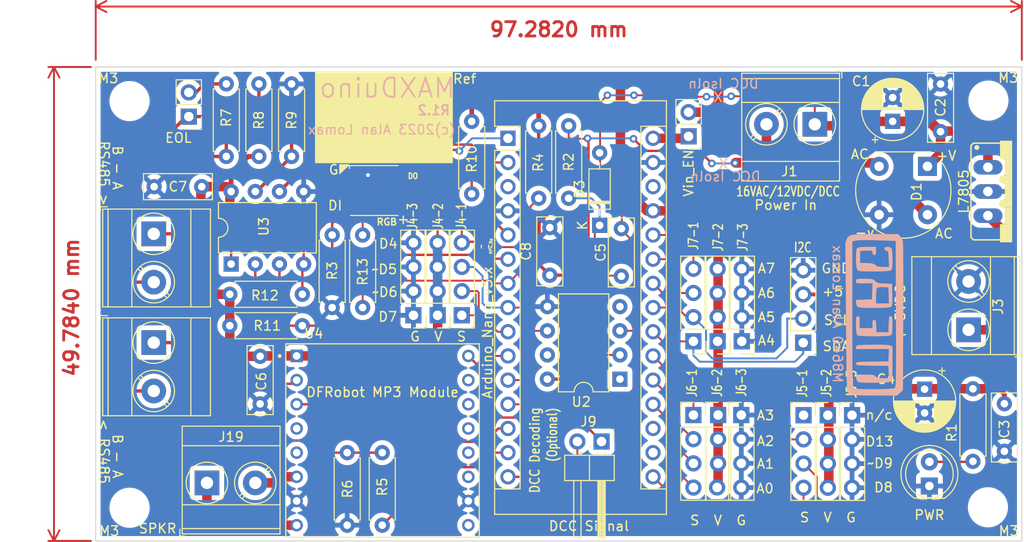
<source format=kicad_pcb>
(kicad_pcb (version 20211014) (generator pcbnew)
  (title_block (title "MAXDuino") (date "2023-05-26") (rev "1b") (comment 1 "RS485 / MP3 / LED / Sensor / I2C / DCC") (comment 2 "for Modular Rlwy Animations") (comment 3 "Arduino PCB"))
  (layers (0 "F.Cu" signal) (31 "B.Cu" signal) (34 "B.Paste" user) (35 "F.Paste" user) (36 "B.SilkS" user "B.Silkscreen") (37 "F.SilkS" user "F.Silkscreen") (38 "B.Mask" user) (39 "F.Mask" user) (44 "Edge.Cuts" user))
  (net 0 "")
  (net 1 "D1{slash}Tx")
  (net 2 "D0{slash}Rx")
  (net 4 "GND")
  (net 5 "D2 DE")
  (net 6 "DCC_Sig")
  (net 7 "D4")
  (net 9 "D6-PWM")
  (net 10 "D7")
  (net 11 "D8")
  (net 12 "D9-PWM")
  (net 13 "D10")
  (net 14 "D11")
  (net 15 "D12")
  (net 16 "D13")
  (net 19 "A0")
  (net 20 "A1")
  (net 21 "A2")
  (net 22 "A3")
  (net 23 "A4 {slash} I2C SDA")
  (net 24 "A5 {slash} I2C SCL")
  (net 25 "A6")
  (net 26 "A7")
  (net 27 "+5V")
  (net 29 "Vin")
  (net 30 "Net-(C1-Pad1)")
  (net 31 "DCC_in1")
  (net 32 "Net-(C5-Pad1)")
  (net 33 "Net-(D2-Pad2)")
  (net 43 "Net-(J19-Pad1)")
  (net 44 "Net-(J19-Pad2)")
  (net 46 "Net-(J16-Pad1)")
  (net 47 "Net-(JR7-Pad2)")
  (net 48 "DCC_in2")
  (net 49 "Net-(J16-Pad2)")
  (net 50 "Net-(R5-Pad2)")
  (net 51 "D4-Hdr")
  (net 52 "D3 RE")
  (net 54 "Net-(D4-Pad2)")
  (footprint "Diode_THT:Diode_Bridge_Round_D9.8mm" (layer "F.Cu") (at 189.484 81.9404 -90)
    (fp_text reference "D1")
    (fp_text value "B40C1500G" hide)
  )
  (footprint "Connector_PinHeader_2.54mm:PinHeader_1x04_P2.54mm_Vertical" (layer "F.Cu") (at 176.4628 108.0816)
    (fp_text reference "J5-1")
    (fp_text value "I/O" hide)
  )
  (footprint "Resistor_THT:R_Axial_DIN0207_L6.3mm_D2.5mm_P7.62mm_Horizontal" (layer "F.Cu") (at 123.815 95.377 180)
    (fp_text reference "R12")
    (fp_text value "10K" hide)
  )
  (footprint "MountingHole:MountingHole_3.2mm_M3" (layer "F.Cu") (at 195.834 117.7544)
    (fp_text reference "M3.2" hide)
    (fp_text value "M3")
  )
  (footprint "Connector_PinHeader_2.54mm:PinHeader_1x04_P2.54mm_Vertical" (layer "F.Cu") (at 164.8968 100.32 180)
    (fp_text reference "J7-1")
    (fp_text value "I/O" hide)
  )
  (footprint "MountingHole:MountingHole_3.2mm_M3" (layer "F.Cu") (at 195.8848 75.0316)
    (fp_text reference "M3.1" hide)
    (fp_text value "M3")
  )
  (footprint "DFRobot:MODULE_DFR0299" (layer "F.Cu") (at 132.2355 110.744)
    (fp_text reference "U4")
    (fp_text value "DFRobot MP3")
  )
  (footprint "Resistor_THT:R_Axial_DIN0207_L6.3mm_D2.5mm_P7.62mm_Horizontal" (layer "F.Cu") (at 122.682 80.899 90)
    (fp_text reference "R9")
    (fp_text value "20K" hide)
  )
  (footprint "Resistor_THT:R_Axial_DIN0207_L6.3mm_D2.5mm_P7.62mm_Horizontal" (layer "F.Cu") (at 119.253 80.899 90)
    (fp_text reference "R8")
    (fp_text value "20K" hide)
  )
  (footprint "Connector_PinHeader_2.54mm:PinHeader_1x04_P2.54mm_Vertical" (layer "F.Cu") (at 181.56 108.0816)
    (fp_text reference "J5-3")
    (fp_text value "GND" hide)
  )
  (footprint "Connector_PinHeader_2.54mm:PinHeader_1x04_P2.54mm_Vertical" (layer "F.Cu") (at 135.4836 97.5868 180)
    (fp_text reference "J4-3")
    (fp_text value "GND" hide)
  )
  (footprint "Capacitor_THT:CP_Radial_D6.3mm_P2.50mm" (layer "F.Cu") (at 185.8264 77.216 90)
    (fp_text reference "C1")
    (fp_text value "220uF")
  )
  (footprint "Resistor_THT:R_Axial_DIN0207_L6.3mm_D2.5mm_P7.62mm_Horizontal" (layer "F.Cu") (at 194.2592 105.3084 -90)
    (fp_text reference "R1")
    (fp_text value "6.8K")
  )
  (footprint "Resistor_THT:R_Axial_DIN0207_L6.3mm_D2.5mm_P7.62mm_Horizontal" (layer "F.Cu") (at 115.824 73.279 -90)
    (fp_text reference "R7")
    (fp_text value "120R" hide)
  )
  (footprint "Connector_PinHeader_2.54mm:PinHeader_1x02_P2.54mm_Vertical" (layer "F.Cu") (at 164.3888 78.7908 180)
    (fp_text reference "J2" hide)
    (fp_text value "Vin_EN")
  )
  (footprint "TerminalBlock_Phoenix:TerminalBlock_Phoenix_MKDS-3-2-5.08_1x02_P5.08mm_Horizontal" (layer "F.Cu") (at 113.792 115.189)
    (fp_text reference "J19")
    (fp_text value "SPKR")
  )
  (footprint "MountingHole:MountingHole_3.2mm_M3" (layer "F.Cu") (at 105.664 75.0824)
    (fp_text reference "M3.4" hide)
    (fp_text value "M3")
  )
  (footprint "Capacitor_THT:C_Disc_D7.0mm_W2.5mm_P5.00mm" (layer "F.Cu") (at 149.8092 93.3704 90)
    (fp_text reference "C8")
    (fp_text value "100nF")
  )
  (footprint "L7805:78XXS" (layer "F.Cu") (at 198.374 84.582 -90)
    (fp_text reference "U1" hide)
    (fp_text value "L7805")
  )
  (footprint "TerminalBlock_Phoenix:TerminalBlock_Phoenix_MKDS-3-2-5.08_1x02_P5.08mm_Horizontal" (layer "F.Cu") (at 108.204 100.457 -90)
    (fp_text reference "J17" hide)
    (fp_text value "< RS485")
  )
  (footprint "Connector_PinHeader_2.54mm:PinHeader_1x04_P2.54mm_Vertical" (layer "F.Cu") (at 167.4376 100.32 180)
    (fp_text reference "J7-2")
    (fp_text value "+5" hide)
  )
  (footprint "Connector_PinHeader_2.54mm:PinHeader_1x04_P2.54mm_Vertical" (layer "F.Cu") (at 179.0192 108.0816)
    (fp_text reference "J5-2")
    (fp_text value "+5" hide)
  )
  (footprint "Resistor_THT:R_Axial_DIN0207_L6.3mm_D2.5mm_P7.62mm_Horizontal" (layer "F.Cu") (at 132.207 119.634 90)
    (fp_text reference "R5")
    (fp_text value "680R" hide)
  )
  (footprint "Connector_PinHeader_2.54mm:PinHeader_1x04_P2.54mm_Vertical" (layer "F.Cu") (at 169.9768 100.32 180)
    (fp_text reference "J7-3")
    (fp_text value "GND" hide)
  )
  (footprint "Resistor_SMD:R_0402_1005Metric" (layer "F.Cu") (at 143.002 90.3732 90)
    (fp_text reference "R14" hide)
    (fp_text value "0R" hide)
  )
  (footprint "Connector_PinHeader_2.54mm:PinHeader_1x04_P2.54mm_Vertical" (layer "F.Cu") (at 167.488 108.0616)
    (fp_text reference "J6-2")
    (fp_text value "+5" hide)
  )
  (footprint "Capacitor_THT:C_Disc_D7.0mm_W2.5mm_P5.00mm" (layer "F.Cu") (at 190.8556 78.2936 90)
    (fp_text reference "C2")
    (fp_text value "100nF" hide)
  )
  (footprint "" (layer "F.Cu") (at 131.191 78.613)
    (fp_text reference "")
    (fp_text value "")
  )
  (footprint "LED_THT:LED_D5.0mm" (layer "F.Cu") (at 189.6872 115.5192 90)
    (fp_text reference "D2" hide)
    (fp_text value "PWR")
  )
  (footprint "TerminalBlock_Phoenix:TerminalBlock_Phoenix_MKDS-3-2-5.08_1x02_P5.08mm_Horizontal" (layer "F.Cu") (at 193.802 99.1108 90)
    (fp_text reference "J3")
    (fp_text value "5VDC")
  )
  (footprint "Capacitor_THT:CP_Radial_D6.3mm_P2.50mm" (layer "F.Cu") (at 189.1792 105.345221 -90)
    (fp_text reference "C4")
    (fp_text value "220uF")
  )
  (footprint "Connector_PinHeader_2.54mm:PinHeader_1x04_P2.54mm_Vertical" (layer "F.Cu") (at 176.4284 100.4724 180)
    (fp_text reference "J8" hide)
    (fp_text value "I2C")
  )
  (footprint "Capacitor_THT:C_Disc_D7.0mm_W2.5mm_P5.00mm" (layer "F.Cu") (at 119.38 101.894 -90)
    (fp_text reference "C6")
    (fp_text value "100nF" hide)
  )
  (footprint "Capacitor_THT:C_Disc_D7.0mm_W2.5mm_P5.00mm" (layer "F.Cu") (at 113.244 84.074 180)
    (fp_text reference "C7")
    (fp_text value "100nF" hide)
  )
  (footprint "TerminalBlock_Phoenix:TerminalBlock_Phoenix_MKDS-3-2-5.08_1x02_P5.08mm_Horizontal" (layer "F.Cu") (at 177.6476 77.5208 180)
    (fp_text reference "J1")
    (fp_text value "16VAC/12VDC/DCC")
  )
  (footprint "Resistor_THT:R_Axial_DIN0207_L6.3mm_D2.5mm_P7.62mm_Horizontal" (layer "F.Cu") (at 141.605 84.836 90)
    (fp_text reference "R10")
    (fp_text value "10K" hide)
  )
  (footprint "Resistor_THT:R_Axial_DIN0207_L6.3mm_D2.5mm_P7.62mm_Horizontal" (layer "F.Cu") (at 128.524 112.014 -90)
    (fp_text reference "R6")
    (fp_text value "1K" hide)
  )
  (footprint "Capacitor_THT:C_Disc_D7.0mm_W2.5mm_P5.00mm" (layer "F.Cu") (at 197.5612 106.8724 -90)
    (fp_text reference "C3")
    (fp_text value "100nF" hide)
  )
  (footprint "Module:Arduino_Nano" (layer "F.Cu") (at 145.415 78.994)
    (fp_text reference "A1" hide)
    (fp_text value "Arduino_Nano_v3.x")
  )
  (footprint "TerminalBlock_Phoenix:TerminalBlock_Phoenix_MKDS-3-2-5.08_1x02_P5.08mm_Horizontal" (layer "F.Cu") (at 108.204 89.027 -90)
    (fp_text reference "J16" hide)
    (fp_text value "RS485 >")
  )
  (footprint "Connector_PinHeader_2.54mm:PinHeader_1x02_P2.54mm_Horizontal" (layer "F.Cu") (at 155.2448 110.8456 -90)
    (fp_text reference "J9")
    (fp_text value "DCC Signal")
  )
  (footprint "Connector_PinHeader_2.54mm:PinHeader_1x04_P2.54mm_Vertical" (layer "F.Cu") (at 164.8968 108.0616)
    (fp_text reference "J6-1")
    (fp_text value "I/O" hide)
  )
  (footprint "Diode_THT:D_DO-35_SOD27_P7.62mm_Horizontal" (layer "F.Cu") (at 155.0416 88.138 90)
    (fp_text reference "D3")
    (fp_text value "1N914")
  )
  (footprint "Resistor_THT:R_Axial_DIN0207_L6.3mm_D2.5mm_P7.62mm_Horizontal" (layer "F.Cu") (at 126.9492 96.774 90)
    (fp_text reference "R3")
    (fp_text value "10K" hide)
  )
  (footprint "Package_DIP:DIP-8_W7.62mm" (layer "F.Cu") (at 116.332 92.202 90)
    (fp_text reference "U3")
    (fp_text value "MAX485E" hide)
  )
  (footprint "Package_DIP:DIP-8_W7.62mm" (layer "F.Cu") (at 157.1752 104.2924 180)
    (fp_text reference "U2")
    (fp_text value "6N137" hide)
  )
  (footprint "Connector_PinHeader_2.54mm:PinHeader_1x04_P2.54mm_Vertical" (layer "F.Cu") (at 138.0244 97.5868 180)
    (fp_text reference "J4-2")
    (fp_text value "+5" hide)
  )
  (footprint "Resistor_THT:R_Axial_DIN0207_L6.3mm_D2.5mm_P7.62mm_Horizontal" (layer "F.Cu") (at 123.815 98.679 180)
    (fp_text reference "R11")
    (fp_text value "10K" hide)
  )
  (footprint "Resistor_THT:R_Axial_DIN0207_L6.3mm_D2.5mm_P7.62mm_Horizontal" (layer "F.Cu") (at 151.7904 77.6732 -90)
    (fp_text reference "R2")
    (fp_text value "2K2" hide)
  )
  (footprint "MountingHole:MountingHole_3.2mm_M3" (layer "F.Cu") (at 105.664 117.8052)
    (fp_text reference "M3.3" hide)
    (fp_text value "M3")
  )
  (footprint "" (layer "F.Cu") (at 181.483 78.359)
    (fp_text reference "")
    (fp_text value "")
  )
  (footprint "Connector_PinHeader_2.54mm:PinHeader_1x04_P2.54mm_Vertical" (layer "F.Cu") (at 169.928 108.0616)
    (fp_text reference "J6-3")
    (fp_text value "GND" hide)
  )
  (footprint "LED_SMD:LED_Inolux_IN-PI554FCH_PLCC4_5.0x5.0mm_P3.2mm" (layer "F.Cu") (at 131.3688 84.4804)
    (fp_text reference "D4")
    (fp_text value "Inolux_IN-PI554FCH")
  )
  (footprint "Capacitor_THT:C_Disc_D7.0mm_W2.5mm_P5.00mm" (layer "F.Cu") (at 157.3276 93.4828 90)
    (fp_text reference "C5")
    (fp_text value ".001uF" hide)
  )
  (footprint "Resistor_THT:R_Axial_DIN0207_L6.3mm_D2.5mm_P7.62mm_Horizontal" (layer "F.Cu") (at 148.6408 85.2932 90)
    (fp_text reference "R4")
    (fp_text value "470R" hide)
  )
  (footprint "Resistor_THT:R_Axial_DIN0207_L6.3mm_D2.5mm_P7.62mm_Horizontal" (layer "F.Cu") (at 130.1496 96.774 90)
    (fp_text reference "R13")
    (fp_text value "330R" hide)
  )
  (footprint "Connector_PinHeader_2.54mm:PinHeader_1x04_P2.54mm_Vertical" (layer "F.Cu") (at 140.5652 97.5868 180)
    (fp_text reference "J4-1")
    (fp_text value "I/O" hide)
  )
  (footprint "Connector_PinHeader_2.54mm:PinHeader_1x02_P2.54mm_Vertical" (layer "F.Cu") (at 111.887 76.713 180)
    (fp_text reference "JR7" hide)
    (fp_text value "EOL")
  )
  (footprint "LOGO" (layer "B.Cu") (at 183.988086 97.488076 90)
    (fp_text reference "G***" hide)
    (fp_text value "LOGO" hide)
  )
  (gr_poly (pts (xy 127.762 82.6516) (xy 127.762 81.788) (xy 128.6764 81.788)) (layer "F.SilkS") (width 0.15) (fill solid))
  (gr_rect (start 125.222 72.0344) (end 139.5476 81.534) (layer "F.SilkS") (width 0.15) (fill solid))
  (gr_line (start 102.108 71.501) (end 199.39 71.501) (layer "Edge.Cuts") (width 0.1))
  (gr_line (start 199.39 121.285) (end 199.39 71.501) (layer "Edge.Cuts") (width 0.1))
  (gr_line (start 102.108 121.285) (end 102.108 71.501) (layer "Edge.Cuts") (width 0.1))
  (gr_line (start 102.108 121.285) (end 199.39 121.285) (layer "Edge.Cuts") (width 0.1))
  (gr_text "DCC Isoln" (at 168.0464 73.2536) (layer "B.SilkS") (effects (font (size 1 1)) (justify mirror)))
  (gr_text "X" (at 168.0464 81.6864) (layer "B.SilkS") (effects (font (size 1 1)) (justify mirror)))
  (gr_text "M8640 Alan Lomax " (at 180.0352 97.0788 270) (layer "B.SilkS") (effects (font (size 1 1)) (justify mirror)))
  (gr_text "R1.2" (at 137.6172 76.0476) (layer "B.SilkS") (effects (font (size 1 1) (thickness 0.2)) (justify mirror)))
  (gr_text "DCC Isoln" (at 168.2496 83.0072) (layer "B.SilkS") (effects (font (size 1 1)) (justify mirror)))
  (gr_text "MAXDuino" (at 132.7404 73.7108) (layer "B.SilkS") (effects (font (size 2 2) (thickness 0.2)) (justify mirror)))
  (gr_text "(c)2023 Alan Lomax " (at 131.7752 78.0796) (layer "B.SilkS") (effects (font (size 1 1)) (justify mirror)))
  (gr_text "X" (at 167.4876 74.676) (layer "B.SilkS") (effects (font (size 1 1)) (justify mirror)))
  (gr_text "D7" (at 132.7912 97.7392) (layer "F.SilkS") (effects (font (size 1 1))))
  (gr_text "+" (at 134.4168 87.4776) (layer "F.SilkS") (effects (font (size 1 1))))
  (gr_text "-v" (at 182.88 88.9) (layer "F.SilkS") (effects (font (size 1 1))))
  (gr_text "A7" (at 172.5676 92.6592) (layer "F.SilkS") (effects (font (size 1 1))))
  (gr_text "+" (at 186.69 99.6188 90) (layer "F.SilkS") (effects (font (size 1 1))))
  (gr_text "D8" (at 184.8612 115.6716) (layer "F.SilkS") (effects (font (size 1 1))))
  (gr_text "B - A" (at 104.394 112.395 270) (layer "F.SilkS") (effects (font (size 1 1))))
  (gr_text "D4" (at 132.842 90.0684) (layer "F.SilkS") (effects (font (size 1 1))))
  (gr_text "A3" (at 172.466 108.1024) (layer "F.SilkS") (effects (font (size 1 1))))
  (gr_text "(Optional)" (at 150.0632 110.1344 90) (layer "F.SilkS") (effects (font (size 1 0.75))))
  (gr_text "A0" (at 172.4152 115.7732) (layer "F.SilkS") (effects (font (size 1 1))))
  (gr_text "S  V  G" (at 179.0192 118.8212) (layer "F.SilkS") (effects (font (size 1 1))))
  (gr_text "~D5" (at 132.4356 92.7608) (layer "F.SilkS") (effects (font (size 1 1))))
  (gr_text "A5" (at 172.5676 97.79) (layer "F.SilkS") (effects (font (size 1 1))))
  (gr_text "-" (at 186.7408 92.456 90) (layer "F.SilkS") (effects (font (size 1 1))))
  (gr_text "~D9" (at 184.5056 113.1316) (layer "F.SilkS") (effects (font (size 1 1))))
  (gr_text "DI" (at 127.254 86.0552) (layer "F.SilkS") (effects (font (size 1 1))))
  (gr_text "RGB" (at 132.6896 87.7824) (layer "F.SilkS") (effects (font (size 0.7 0.7))))
  (gr_text "Ref" (at 140.8684 72.7456) (layer "F.SilkS") (effects (font (size 1 1))))
  (gr_text "B - A" (at 104.394 82.0928 270) (layer "F.SilkS") (effects (font (size 1 1))))
  (gr_text "+5" (at 179.5272 95.0976) (layer "F.SilkS") (effects (font (size 1 1))))
  (gr_text "A4" (at 172.5676 100.2284) (layer "F.SilkS") (effects (font (size 1 1))))
  (gr_text "S  V  G" (at 167.4876 119.126) (layer "F.SilkS") (effects (font (size 1 1))))
  (gr_text "NPx_Bp" (at 143.6116 90.3224 90) (layer "F.SilkS") (effects (font (size 0.3 0.3) (thickness 0.075))))
  (gr_text "GND" (at 179.8828 92.6592) (layer "F.SilkS") (effects (font (size 1 1))))
  (gr_text "A6" (at 172.5676 95.25) (layer "F.SilkS") (effects (font (size 1 1))))
  (gr_text "SCL" (at 179.9844 98.0948) (layer "F.SilkS") (effects (font (size 1 1))))
  (gr_text "A2" (at 172.466 110.7948) (layer "F.SilkS") (effects (font (size 1 1))))
  (gr_text "+V" (at 191.4652 80.8228) (layer "F.SilkS") (effects (font (size 1 1))))
  (gr_text "A1" (at 172.466 113.1824) (layer "F.SilkS") (effects (font (size 1 1))))
  (gr_text "AC" (at 191.2112 89.0016) (layer "F.SilkS") (effects (font (size 1 1))))
  (gr_text "AC" (at 182.372 80.6704) (layer "F.SilkS") (effects (font (size 1 1))))
  (gr_text "G" (at 127.1016 82.296) (layer "F.SilkS") (effects (font (size 1 1))))
  (gr_text "DO" (at 135.4328 82.9564) (layer "F.SilkS") (effects (font (size 0.6 0.5) (thickness 0.125))))
  (gr_text "SDA" (at 179.8828 100.838) (layer "F.SilkS") (effects (font (size 1 1))))
  (gr_text "G  V  S" (at 138.0744 99.822) (layer "F.SilkS") (effects (font (size 1 1))))
  (gr_text "n/c" (at 184.404 108.0516) (layer "F.SilkS") (effects (font (size 1 1))))
  (gr_text "~D6" (at 132.4864 95.1484) (layer "F.SilkS") (effects (font (size 1 1))))
  (gr_text "D13" (at 184.4548 110.8456) (layer "F.SilkS") (effects (font (size 1 1))))
  (gr_text "Power In" (at 174.5996 86.0044) (layer "F.SilkS") (effects (font (size 1 1))))
  (gr_text "DCC Decoding" (at 148.2344 111.76 90) (layer "F.SilkS") (effects (font (size 1 0.85))))
  (dimension (type aligned) (layer "F.Cu") (pts (xy 102.108 71.501) (xy 102.108 121.285)) (height 4.384719) (gr_text "49.7840 mm" (at 99.568 96.774 90) (layer "F.Cu") (effects (font (size 1.5 1.5) (thickness 0.3)))) (format (units 3) (units_format 1) (precision 4)) (style (thickness 0.2) (arrow_length 1.27) (text_position_mode 2) (extension_height 0.58642) (extension_offset 0.5) keep_text_aligned))
  (dimension (type aligned) (layer "F.Cu") (pts (xy 102.108 71.247) (xy 199.39 71.247)) (height -6.096) (gr_text "97.2820 mm" (at 150.749 67.564) (layer "F.Cu") (effects (font (size 1.5 1.5) (thickness 0.3)))) (format (units 3) (units_format 1) (precision 4)) (style (thickness 0.2) (arrow_length 1.27) (text_position_mode 2) (extension_height 0.58642) (extension_offset 0.5) keep_text_aligned))
  (segment (start 140.3096 80.3279) (end 140.1949 80.2132) (width 0.25) (layer "F.Cu") (net 1))
  (segment (start 140.1949 80.2132) (end 128.782792 80.2132) (width 0.25) (layer "F.Cu") (net 1))
  (segment (start 123.952 90.2208) (end 123.952 92.202) (width 0.25) (layer "F.Cu") (net 1))
  (segment (start 127.1016 87.0712) (end 123.952 90.2208) (width 0.25) (layer "F.Cu") (net 1))
  (segment (start 127.1016 81.894392) (end 127.1016 87.0712) (width 0.25) (layer "F.Cu") (net 1))
  (segment (start 123.815 95.377) (end 123.815 92.339) (width 0.25) (layer "F.Cu") (net 1))
  (segment (start 128.782792 80.2132) (end 127.1016 81.894392) (width 0.25) (layer "F.Cu") (net 1))
  (via (at 140.3096 80.3279) (size 0.8) (drill 0.4) (layers "F.Cu" "B.Cu") (net 1))
  (segment (start 141.6435 78.994) (end 145.415 78.994) (width 0.2) (layer "B.Cu") (net 1))
  (segment (start 140.3096 80.3279) (end 141.6435 78.994) (width 0.2) (layer "B.Cu") (net 1))
  (segment (start 126.65592 86.782002) (end 123.166322 90.2716) (width 0.25) (layer "F.Cu") (net 2))
  (segment (start 141.605 79.6798) (end 141.5796 79.6544) (width 0.25) (layer "F.Cu") (net 2))
  (segment (start 141.605 81.534) (end 141.605 84.836) (width 0.25) (layer "F.Cu") (net 2))
  (segment (start 141.605 81.534) (end 141.605 79.6798) (width 0.25) (layer "F.Cu") (net 2))
  (segment (start 123.166322 90.2716) (end 116.8908 90.2716) (width 0.25) (layer "F.Cu") (net 2))
  (segment (start 116.8908 90.2716) (end 116.332 90.8304) (width 0.25) (layer "F.Cu") (net 2))
  (segment (start 128.778 79.6544) (end 126.65592 81.77648) (width 0.25) (layer "F.Cu") (net 2))
  (segment (start 126.65592 81.77648) (end 126.65592 86.782002) (width 0.25) (layer "F.Cu") (net 2))
  (segment (start 145.415 81.534) (end 141.605 81.534) (width 0.25) (layer "F.Cu") (net 2))
  (segment (start 141.5796 79.6544) (end 128.778 79.6544) (width 0.25) (layer "F.Cu") (net 2))
  (segment (start 116.332 90.8304) (end 116.332 92.202) (width 0.25) (layer "F.Cu") (net 2))
  (segment (start 130.7084 82.8548) (end 128.9444 82.8548) (width 0.5) (layer "F.Cu") (net 4))
  (via (at 130.7084 82.8548) (size 0.8) (drill 0.4) (layers "F.Cu" "B.Cu") (net 4))
  (segment (start 121.412 95.7072) (end 122.6312 96.9264) (width 0.25) (layer "F.Cu") (net 5))
  (segment (start 124.714 96.9264) (end 125.5268 96.1136) (width 0.25) (layer "F.Cu") (net 5))
  (segment (start 139.5984 84.9376) (end 141.8844 87.2236) (width 0.25) (layer "F.Cu") (net 5))
  (segment (start 125.5268 93.3196) (end 126.9492 91.8972) (width 0.25) (layer "F.Cu") (net 5))
  (segment (start 141.8844 87.2236) (end 143.4846 87.2236) (width 0.25) (layer "F.Cu") (net 5))
  (segment (start 126.9492 87.9348) (end 127.50012 87.38388) (width 0.25) (layer "F.Cu") (net 5))
  (segment (start 121.412 92.202) (end 121.412 95.7072) (width 0.25) (layer "F.Cu") (net 5))
  (segment (start 126.9492 91.8972) (end 126.9492 87.9348) (width 0.25) (layer "F.Cu") (net 5))
  (segment (start 122.6312 96.9264) (end 124.714 96.9264) (width 0.25) (layer "F.Cu") (net 5))
  (segment (start 125.5268 96.1136) (end 125.5268 93.3196) (width 0.25) (layer "F.Cu") (net 5))
  (segment (start 127.50012 82.059464) (end 128.838384 80.7212) (width 0.25) (layer "F.Cu") (net 5))
  (segment (start 128.838384 80.7212) (end 138.8364 80.7212) (width 0.25) (layer "F.Cu") (net 5))
  (segment (start 139.5984 81.4832) (end 139.5984 84.9376) (width 0.25) (layer "F.Cu") (net 5))
  (segment (start 138.8364 80.7212) (end 139.5984 81.4832) (width 0.25) (layer "F.Cu") (net 5))
  (segment (start 143.4846 87.2236) (end 145.415 89.154) (width 0.25) (layer "F.Cu") (net 5))
  (segment (start 127.50012 87.38388) (end 127.50012 82.059464) (width 0.25) (layer "F.Cu") (net 5))
  (segment (start 147.32 96.774) (end 147.7772 96.3168) (width 0.2) (layer "F.Cu") (net 6))
  (segment (start 147.7772 86.1568) (end 148.6408 85.2932) (width 0.2) (layer "F.Cu") (net 6))
  (segment (start 147.574 99.2124) (end 147.32 98.9584) (width 0.2) (layer "F.Cu") (net 6))
  (segment (start 145.415 96.774) (end 147.32 96.774) (width 0.2) (layer "F.Cu") (net 6))
  (segment (start 149.5552 99.2124) (end 147.574 99.2124) (width 0.2) (layer "F.Cu") (net 6))
  (segment (start 147.7772 96.3168) (end 147.7772 86.1568) (width 0.2) (layer "F.Cu") (net 6))
  (segment (start 147.32 98.9584) (end 147.32 96.774) (width 0.2) (layer "F.Cu") (net 6))
  (segment (start 142.748 93.472) (end 142.748 96.3168) (width 0.2) (layer "B.Cu") (net 6))
  (segment (start 140.5652 92.5068) (end 141.7828 92.5068) (width 0.2) (layer "B.Cu") (net 6))
  (segment (start 141.7828 92.5068) (end 142.748 93.472) (width 0.2) (layer "B.Cu") (net 6))
  (segment (start 142.748 96.3168) (end 143.2052 96.774) (width 0.2) (layer "B.Cu") (net 6))
  (segment (start 143.2052 96.774) (end 145.415 96.774) (width 0.2) (layer "B.Cu") (net 6))
  (segment (start 144.016 90.8832) (end 144.4752 90.424) (width 0.2) (layer "F.Cu") (net 7))
  (segment (start 143.002 90.8832) (end 144.016 90.8832) (width 0.2) (layer "F.Cu") (net 7))
  (segment (start 145.415 94.234) (end 143.6116 94.234) (width 0.2) (layer "F.Cu") (net 7))
  (segment (start 131.451311 93.948289) (end 130.1496 95.25) (width 0.2) (layer "F.Cu") (net 7))
  (segment (start 143.6116 94.234) (end 143.325889 93.948289) (width 0.2) (layer "F.Cu") (net 7))
  (segment (start 146.4564 90.424) (end 146.7612 90.7288) (width 0.2) (layer "F.Cu") (net 7))
  (segment (start 130.1496 95.25) (end 130.1496 96.52) (width 0.2) (layer "F.Cu") (net 7))
  (segment (start 146.7612 92.8878) (end 145.415 94.234) (width 0.2) (layer "F.Cu") (net 7))
  (segment (start 146.7612 90.7288) (end 146.7612 92.8878) (width 0.2) (layer "F.Cu") (net 7))
  (segment (start 143.325889 93.948289) (end 131.451311 93.948289) (width 0.2) (layer "F.Cu") (net 7))
  (segment (start 144.4752 90.424) (end 146.4564 90.424) (width 0.2) (layer "F.Cu") (net 7))
  (segment (start 142.1892 95.0468) (end 142.3416 95.1992) (width 0.2) (layer "F.Cu") (net 9))
  (segment (start 142.3416 95.1992) (end 142.3416 97.3328) (width 0.2) (layer "F.Cu") (net 9))
  (segment (start 144.3228 99.314) (end 145.2372 99.314) (width 0.2) (layer "F.Cu") (net 9))
  (segment (start 140.97 95.0468) (end 142.1892 95.0468) (width 0.2) (layer "F.Cu") (net 9))
  (segment (start 142.3416 97.3328) (end 144.3228 99.314) (width 0.2) (layer "F.Cu") (net 9))
  (segment (start 144.0688 101.854) (end 145.415 101.854) (width 0.2) (layer "F.Cu") (net 10))
  (segment (start 143.3576 98.9076) (end 143.3576 101.1428) (width 0.2) (layer "F.Cu") (net 10))
  (segment (start 143.3576 101.1428) (end 144.0688 101.854) (width 0.2) (layer "F.Cu") (net 10))
  (segment (start 142.0368 97.5868) (end 143.3576 98.9076) (width 0.2) (layer "F.Cu") (net 10))
  (segment (start 141.1478 97.5868) (end 142.0368 97.5868) (width 0.2) (layer "F.Cu") (net 10))
  (segment (start 176.4628 117.1104) (end 176.4628 115.7016) (width 0.2) (layer "F.Cu") (net 11))
  (segment (start 145.415 104.394) (end 148.082 104.394) (width 0.2) (layer "F.Cu") (net 11))
  (segment (start 176.1236 117.4496) (end 176.4628 117.1104) (width 0.2) (layer "F.Cu") (net 11))
  (segment (start 148.082 117.4496) (end 176.1236 117.4496) (width 0.2) (layer "F.Cu") (net 11))
  (segment (start 148.082 104.394) (end 148.082 117.4496) (width 0.2) (layer "F.Cu") (net 11))
  (segment (start 147.6248 107.4928) (end 147.066 106.934) (width 0.2) (layer "F.Cu") (net 12))
  (segment (start 176.4628 113.1616) (end 177.8508 114.5496) (width 0.2) (layer "F.Cu") (net 12))
  (segment (start 177.8508 114.5496) (end 177.8508 117.8052) (width 0.2) (layer "F.Cu") (net 12))
  (segment (start 177.8508 117.8052) (end 147.6248 117.8052) (width 0.2) (layer "F.Cu") (net 12))
  (segment (start 147.6248 117.8052) (end 147.6248 107.4928) (width 0.2) (layer "F.Cu") (net 12))
  (segment (start 147.066 106.934) (end 145.415 106.934) (width 0.2) (layer "F.Cu") (net 12))
  (segment (start 144.399 109.474) (end 145.415 109.474) (width 0.25) (layer "F.Cu") (net 13))
  (segment (start 143.002 110.871) (end 144.399 109.474) (width 0.25) (layer "F.Cu") (net 13))
  (segment (start 123.2185 106.934) (end 130.517489 106.934) (width 0.25) (layer "F.Cu") (net 13))
  (segment (start 130.517489 106.934) (end 134.454489 110.871) (width 0.25) (layer "F.Cu") (net 13))
  (segment (start 134.454489 110.871) (end 143.002 110.871) (width 0.25) (layer "F.Cu") (net 13))
  (segment (start 138.303 113.538) (end 142.494 113.538) (width 0.25) (layer "F.Cu") (net 14))
  (segment (start 132.207 119.634) (end 138.303 113.538) (width 0.25) (layer "F.Cu") (net 14))
  (segment (start 142.494 113.538) (end 144.018 112.014) (width 0.25) (layer "F.Cu") (net 14))
  (segment (start 144.018 112.014) (end 145.415 112.014) (width 0.25) (layer "F.Cu") (net 14))
  (segment (start 147.066 114.173) (end 146.685 114.554) (width 0.25) (layer "F.Cu") (net 15))
  (segment (start 147.066 108.712) (end 147.066 114.173) (width 0.25) (layer "F.Cu") (net 15))
  (segment (start 144.399 108.331) (end 146.685 108.331) (width 0.25) (layer "F.Cu") (net 15))
  (segment (start 141.2525 101.854) (end 143.51 104.1115) (width 0.25) (layer "F.Cu") (net 15))
  (segment (start 143.51 107.442) (end 144.399 108.331) (width 0.25) (layer "F.Cu") (net 15))
  (segment (start 146.685 108.331) (end 147.066 108.712) (width 0.25) (layer "F.Cu") (net 15))
  (segment (start 143.51 104.1115) (end 143.51 107.315) (width 0.25) (layer "F.Cu") (net 15))
  (segment (start 146.685 114.554) (end 145.415 114.554) (width 0.25) (layer "F.Cu") (net 15))
  (segment (start 174.6504 116.9924) (end 174.9044 116.7384) (width 0.2) (layer "F.Cu") (net 16))
  (segment (start 174.9044 116.7384) (end 174.9044 110.6216) (width 0.2) (layer "F.Cu") (net 16))
  (segment (start 163.0934 116.9924) (end 174.6504 116.9924) (width 0.2) (layer "F.Cu") (net 16))
  (segment (start 174.9044 110.6216) (end 177.2756 110.6216) (width 0.2) (layer "F.Cu") (net 16))
  (segment (start 160.655 114.554) (end 163.0934 116.9924) (width 0.2) (layer "F.Cu") (net 16))
  (segment (start 162.72656 113.51136) (end 164.8968 115.6816) (width 0.2) (layer "F.Cu") (net 19))
  (segment (start 162.72656 109.00556) (end 162.72656 113.51136) (width 0.2) (layer "F.Cu") (net 19))
  (segment (start 160.655 106.934) (end 162.72656 109.00556) (width 0.2) (layer "F.Cu") (net 19))
  (segment (start 160.655 104.394) (end 163.07508 106.81408) (width 0.2) (layer "F.Cu") (net 20))
  (segment (start 163.07508 111.31988) (end 164.8968 113.1416) (width 0.2) (layer "F.Cu") (net 20))
  (segment (start 163.07508 106.81408) (end 163.07508 111.31988) (width 0.2) (layer "F.Cu") (net 20))
  (segment (start 163.7184 109.4232) (end 164.8968 110.6016) (width 0.2) (layer "F.Cu") (net 21))
  (segment (start 163.4236 104.6226) (end 163.4236 109.4232) (width 0.2) (layer "F.Cu") (net 21))
  (segment (start 160.655 101.854) (end 163.4236 104.6226) (width 0.2) (layer "F.Cu") (net 21))
  (segment (start 163.4236 109.4232) (end 163.7184 109.4232) (width 0.2) (layer "F.Cu") (net 21))
  (segment (start 160.655 99.314) (end 164.8968 103.5558) (width 0.2) (layer "F.Cu") (net 22))
  (segment (start 164.8968 103.5558) (end 164.8968 108.0616) (width 0.2) (layer "F.Cu") (net 22))
  (segment (start 162.0012 96.774) (end 163.1188 97.8916) (width 0.2) (layer "F.Cu") (net 23))
  (segment (start 163.576 100.33) (end 164.8968 100.33) (width 0.2) (layer "F.Cu") (net 23))
  (segment (start 160.655 96.774) (end 162.0012 96.774) (width 0.2) (layer "F.Cu") (net 23))
  (segment (start 163.1188 97.8916) (end 163.1188 99.8728) (width 0.2) (layer "F.Cu") (net 23))
  (segment (start 163.1188 99.8728) (end 163.576 100.33) (width 0.2) (layer "F.Cu") (net 23))
  (segment (start 175.5648 102.4636) (end 176.4284 101.6) (width 0.2) (layer "B.Cu") (net 23))
  (segment (start 164.8968 101.8032) (end 165.5572 102.4636) (width 0.2) (layer "B.Cu") (net 23))
  (segment (start 165.5572 102.4636) (end 175.5648 102.4636) (width 0.2) (layer "B.Cu") (net 23))
  (segment (start 164.8968 100.33) (end 164.8968 101.8032) (width 0.2) (layer "B.Cu") (net 23))
  (segment (start 176.4284 101.6) (end 176.4284 100.4724) (width 0.2) (layer "B.Cu") (net 23))
  (segment (start 160.655 94.234) (end 164.211 97.79) (width 0.2) (layer "F.Cu") (net 24))
  (segment (start 174.7928 97.9324) (end 174.752 97.8916) (width 0.2) (layer "B.Cu") (net 24))
  (segment (start 166.2176 101.4476) (end 166.2176 99.1108) (width 0.2) (layer "B.Cu") (net 24))
  (segment (start 173.62732 102.11508) (end 166.88508 102.11508) (width 0.2) (layer "B.Cu") (net 24))
  (segment (start 176.4284 97.9324) (end 174.7928 97.9324) (width 0.2) (layer "B.Cu") (net 24))
  (segment (start 166.2176 99.1108) (end 164.8968 97.79) (width 0.2) (layer "B.Cu") (net 24))
  (segment (start 174.752 97.8916) (end 174.752 100.9904) (width 0.2) (layer "B.Cu") (net 24))
  (segment (start 166.88508 102.11508) (end 166.2176 101.4476) (width 0.2) (layer "B.Cu") (net 24))
  (segment (start 174.752 100.9904) (end 173.62732 102.11508) (width 0.2) (layer "B.Cu") (net 24))
  (segment (start 160.655 91.694) (end 162.052 91.694) (width 0.2) (layer "F.Cu") (net 25))
  (segment (start 162.6108 92.2528) (end 162.6108 94.234) (width 0.2) (layer "F.Cu") (net 25))
  (segment (start 162.6108 94.234) (end 163.6268 95.25) (width 0.2) (layer "F.Cu") (net 25))
  (segment (start 163.6268 95.25) (end 164.8968 95.25) (width 0.2) (layer "F.Cu") (net 25))
  (segment (start 162.052 91.694) (end 162.6108 92.2528) (width 0.2) (layer "F.Cu") (net 25))
  (segment (start 163.322 89.154) (end 160.655 89.154) (width 0.2) (layer "F.Cu") (net 26))
  (segment (start 164.8968 90.7288) (end 163.322 89.154) (width 0.2) (layer "F.Cu") (net 26))
  (segment (start 164.8968 92.71) (end 164.8968 90.7288) (width 0.2) (layer "F.Cu") (net 26))
  (segment (start 116.195 98.679) (end 116.195 101.7678) (width 1) (layer "F.Cu") (net 27))
  (segment (start 197.1548 88.4428) (end 195.834 87.122) (width 1) (layer "F.Cu") (net 27))
  (segment (start 118.1354 80.899) (end 116.332 82.7024) (width 0.5) (layer "F.Cu") (net 27))
  (segment (start 138.0244 89.9668) (end 138.0244 86.4624) (width 0.25) (layer "F.Cu") (net 27))
  (segment (start 195.6308 105.3592) (end 195.58 105.3084) (width 1) (layer "F.Cu") (net 27))
  (segment (start 178.2572 104.8004) (end 178.3588 104.6988) (width 0.4) (layer "F.Cu") (net 27))
  (segment (start 148.6408 77.6732) (end 148.6408 72.9488) (width 0.5) (layer "F.Cu") (net 27))
  (segment (start 152.3492 93.472) (end 152.3492 102.87) (width 0.35) (layer "F.Cu") (net 27))
  (segment (start 123.2185 101.854) (end 136.4488 101.854) (width 1) (layer "F.Cu") (net 27))
  (segment (start 184.9628 105.3084) (end 197.1548 105.3084) (width 1) (layer "F.Cu") (net 27))
  (segment (start 196.7484 99.1108) (end 193.802 99.1108) (width 1) (layer "F.Cu") (net 27))
  (segment (start 157.226 72.9996) (end 157.1752 72.9488) (width 1) (layer "F.Cu") (net 27))
  (segment (start 160.655 86.614) (end 164.6428 86.614) (width 1) (layer "F.Cu") (net 27))
  (segment (start 138.0244 86.4624) (end 137.6424 86.0804) (width 0.25) (layer "F.Cu") (net 27))
  (segment (start 164.6428 86.614) (end 167.4876 89.4588) (width 1) (layer "F.Cu") (net 27))
  (segment (start 113.538 95.377) (end 113.157 94.996) (width 1) (layer "F.Cu") (net 27))
  (segment (start 178.5928 96.0736) (end 177.9116 95.3924) (width 0.2) (layer "F.Cu") (net 27))
  (segment (start 179.1208 115.6816) (end 179.1208 105.3592) (width 1) (layer "F.Cu") (net 27))
  (segment (start 116.195 98.679) (end 116.195 95.377) (width 1) (layer "F.Cu") (net 27))
  (segment (start 160.02 86.614) (end 157.226 83.82) (width 1) (layer "F.Cu") (net 27))
  (segment (start 116.195 101.7678) (end 116.3212 101.894) (width 1) (layer "F.Cu") (net 27))
  (segment (start 141.5796 72.9996) (end 156.972 72.9996) (width 1) (layer "F.Cu") (net 27))
  (segment (start 150.2156 86.3092) (end 150.2156 81.0768) (width 0.35) (layer "F.Cu") (net 27))
  (segment (start 179.1208 105.3592) (end 179.0192 105.2576) (width 1) (layer "F.Cu") (net 27))
  (segment (start 177.9116 95.3924) (end 176.4284 95.3924) (width 0.4) (layer "F.Cu") (net 27))
  (segment (start 149.8092 93.3704) (end 152.2476 93.3704) (width 0.35) (layer "F.Cu") (net 27))
  (segment (start 139.1412 73.6092) (end 139.7508 72.9996) (width 1) (layer "F.Cu") (net 27))
  (segment (start 116.205 84.709) (end 116.205 86.741) (width 1) (layer "F.Cu") (net 27))
  (segment (start 197.1548 105.3084) (end 197.1548 88.4428) (width 1) (layer "F.Cu") (net 27))
  (segment (start 157.226 83.82) (end 157.226 72.9996) (width 1) (layer "F.Cu") (net 27))
  (segment (start 119.42 101.854) (end 123.2185 101.854) (width 1) (layer "F.Cu") (net 27))
  (segment (start 148.685689 87.839111) (end 150.2156 86.3092) (width 0.35) (layer "F.Cu") (net 27))
  (segment (start 148.685689 92.246889) (end 148.685689 87.839111) (width 0.35) (layer "F.Cu") (net 27))
  (segment (start 137.6424 86.0804) (end 133.8188 86.0804) (width 0.25) (layer "F.Cu") (net 27))
  (segment (start 152.3492 102.87) (end 150.9268 104.2924) (width 0.35) (layer "F.Cu") (net 27))
  (segment (start 177.9424 95.3924) (end 177.9116 95.3924) (width 0.4) (layer "F.Cu") (net 27))
  (segment (start 141.605 77.216) (end 141.605 73.025) (width 0.5) (layer "F.Cu") (net 27))
  (segment (start 195.6308 105.3592) (end 195.326 105.3592) (width 1) (layer "F.Cu") (net 27))
  (segment (start 167.4876 89.4588) (end 167.4876 115.5192) (width 1) (layer "F.Cu") (net 27))
  (segment (start 116.332 82.7024) (end 116.332 83.82) (width 0.5) (layer "F.Cu") (net 27))
  (segment (start 119.253 80.899) (end 118.1354 80.899) (width 0.5) (layer "F.Cu") (net 27))
  (segment (start 128.27 78.7908) (end 139.1412 78.7908) (width 1) (layer "F.Cu") (net 27))
  (segment (start 156.972 72.9996) (end 157.0228 73.0504) (width 1) (layer "F.Cu") (net 27))
  (segment (start 116.205 86.741) (end 124.7394 86.741) (width 1) (layer "F.Cu") (net 27))
  (segment (start 197.5612 106.8724) (end 197.5612 105.8672) (width 0.5) (layer "F.Cu") (net 27))
  (segment (start 178.3588 104.6988) (end 178.3588 95.8088) (width 0.4) (layer "F.Cu") (net 27))
  (segment (start 116.195 95.377) (end 113.538 95.377) (width 1) (layer "F.Cu") (net 27))
  (segment (start 149.5552 80.4164) (end 148.6408 80.4164) (width 0.35) (layer "F.Cu") (net 27))
  (segment (start 152.2476 93.3704) (end 152.3492 93.472) (width 0.35) (layer "F.Cu") (net 27))
  (segment (start 178.3588 95.8088) (end 177.9424 95.3924) (width 0.4) (layer "F.Cu") (net 27))
  (segment (start 195.58 105.3084) (end 168.402 105.3084) (width 1) (layer "F.Cu") (net 27))
  (segment (start 113.244 84.074) (end 115.824 84.074) (width 1) (layer "F.Cu") (net 27))
  (segment (start 125.6792 85.8012) (end 125.6792 81.3816) (width 1) (layer "F.Cu") (net 27))
  (segment (start 150.9268 104.2924) (end 149.5552 104.2924) (width 0.35) (layer "F.Cu") (net 27))
  (segment (start 150.2156 81.0768) (end 149.5552 80.4164) (width 0.35) (layer "F.Cu") (net 27))
  (segment (start 139.7508 72.9996) (end 141.5796 72.9996) (width 1) (layer "F.Cu") (net 27))
  (segment (start 115.824 84.074) (end 116.332 84.582) (width 1) (layer "F.Cu") (net 27))
  (segment (start 116.3212 101.894) (end 119.38 101.894) (width 1) (layer "F.Cu") (net 27))
  (segment (start 148.6408 80.4164) (end 148.6408 77.6732) (width 0.35) (layer "F.Cu") (net 27))
  (segment (start 136.4488 101.854) (end 138.0244 100.2784) (width 1) (layer "F.Cu") (net 27))
  (segment (start 138.0244 100.2784) (end 138.0244 97.5868) (width 1) (layer "F.Cu") (net 27))
  (segment (start 139.1412 78.7908) (end 139.1412 73.6092) (width 1) (layer "F.Cu") (net 27))
  (segment (start 124.7394 86.741) (end 125.6792 85.8012) (width 1) (layer "F.Cu") (net 27))
  (segment (start 149.8092 93.3704) (end 148.685689 92.246889) (width 0.35) (layer "F.Cu") (net 27))
  (segment (start 125.6792 81.3816) (end 128.27 78.7908) (width 1) (layer "F.Cu") (net 27))
  (segment (start 160.4772 86.614) (end 160.02 86.614) (width 1) (layer "F.Cu") (net 27))
  (segment (start 141.605 73.025) (end 141.5796 72.9996) (width 0.2) (layer "F.Cu") (net 27))
  (segment (start 113.157 94.996) (end 113.157 84.161) (width 1) (layer "F.Cu") (net 27))
  (segment (start 197.5612 105.8672) (end 197.0024 105.3084) (width 0.5) (layer "F.Cu") (net 27))
  (segment (start 138.0244 89.9668) (end 138.0244 97.5868) (width 1) (layer "B.Cu") (net 27))
  (segment (start 164.1856 78.994) (end 160.655 78.994) (width 1) (layer "F.Cu") (net 29))
  (segment (start 189.484 81.9404) (end 190.8556 80.5688) (width 1) (layer "F.Cu") (net 30))
  (segment (start 189.778 77.216) (end 185.8264 77.216) (width 1) (layer "F.Cu") (net 30))
  (segment (start 183.4896 77.216) (end 182.4228 76.1492) (width 1) (layer "F.Cu") (net 30))
  (segment (start 166.5732 76.2508) (end 164.4396 76.2508) (width 1) (layer "F.Cu") (net 30))
  (segment (start 189.651 77.216) (end 183.4896 77.216) (width 1) (layer "F.Cu") (net 30))
  (segment (start 193.675 78.232) (end 190.667 78.232) (width 1) (layer "F.Cu") (net 30))
  (segment (start 190.8556 80.5688) (end 190.8556 78.2936) (width 1) (layer "F.Cu") (net 30))
  (segment (start 195.834 80.391) (end 193.675 78.232) (width 1) (layer "F.Cu") (net 30))
  (segment (start 182.4228 76.1492) (end 182.4228 72.8472) (width 1) (layer "F.Cu") (net 30))
  (segment (start 190.8556 78.2936) (end 189.778 77.216) (width 1) (layer "F.Cu") (net 30))
  (segment (start 167.5384 72.7964) (end 167.5384 75.2856) (width 1) (layer "F.Cu") (net 30))
  (segment (start 182.4228 72.8472) (end 167.5892 72.8472) (width 1) (layer "F.Cu") (net 30))
  (segment (start 167.5384 75.2856) (end 166.5732 76.2508) (width 1) (layer "F.Cu") (net 30))
  (segment (start 195.834 82.042) (end 195.834 80.391) (width 1) (layer "F.Cu") (net 30))
  (segment (start 190.667 78.232) (end 189.651 77.216) (width 1) (layer "F.Cu") (net 30))
  (segment (start 157.3784 88.646) (end 158.6484 89.916) (width 0.2) (layer "F.Cu") (net 31))
  (segment (start 162.6108 74.6252) (end 162.4584 74.4728) (width 0.2) (layer "F.Cu") (net 31))
  (segment (start 182.9308 79.4004) (end 185.6232 79.4004) (width 1) (layer "F.Cu") (net 31))
  (segment (start 157.1752 99.2124) (end 158.6484 99.2124) (width 0.2) (layer "F.Cu") (net 31))
  (segment (start 177.6984 75.4888) (end 177.6476 75.5396) (width 0.2) (layer "F.Cu") (net 31))
  (segment (start 168.8592 74.5744) (end 176.784 74.5744) (width 0.2) (layer "F.Cu") (net 31))
  (segment (start 152.7048 112.1664) (end 152.9588 112.4204) (width 0.2) (layer "F.Cu") (net 31))
  (segment (start 186.8932 80.6704) (end 186.8932 84.4296) (width 1) (layer "F.Cu") (net 31))
  (segment (start 166.2684 74.6252) (end 162.6108 74.6252) (width 0.2) (layer "F.Cu") (net 31))
  (segment (start 176.784 74.5744) (end 177.6984 75.4888) (width 0.2) (layer "F.Cu") (net 31))
  (segment (start 152.9588 112.4204) (end 158.3436 112.4204) (width 0.2) (layer "F.Cu") (net 31))
  (segment (start 158.6484 89.916) (end 158.6484 99.2124) (width 0.2) (layer "F.Cu") (net 31))
  (segment (start 157.3784 85.2424) (end 157.3784 88.646) (width 0.2) (layer "F.Cu") (net 31))
  (segment (start 177.6476 75.5396) (end 177.6476 77.5208) (width 0.2) (layer "F.Cu") (net 31))
  (segment (start 155.0924 82.9564) (end 157.3784 85.2424) (width 0.2) (layer "F.Cu") (net 31))
  (segment (start 155.0924 75.2348) (end 155.0924 82.9564) (width 0.2) (layer "F.Cu") (net 31))
  (segment (start 186.8932 84.4296) (end 189.484 87.0204) (width 1) (layer "F.Cu") (net 31))
  (segment (start 152.7048 110.8456) (end 152.7048 112.1664) (width 0.2) (layer "F.Cu") (net 31))
  (segment (start 185.6232 79.4004) (end 186.8932 80.6704) (width 1) (layer "F.Cu") (net 31))
  (segment (start 158.3436 112.4204) (end 158.5976 112.1664) (width 0.2) (layer "F.Cu") (net 31))
  (segment (start 181.2084 77.678) (end 182.9308 79.4004) (width 1) (layer "F.Cu") (net 31))
  (segment (start 177.8048 77.678) (end 181.2084 77.678) (width 1) (layer "F.Cu") (net 31))
  (segment (start 162.4584 74.4728) (end 159.1056 74.4728) (width 0.2) (layer "F.Cu") (net 31))
  (segment (start 158.5976 112.1664) (end 158.5976 99.2124) (width 0.2) (layer "F.Cu") (net 31))
  (segment (start 155.8544 74.4728) (end 155.0924 75.2348) (width 0.2) (layer "F.Cu") (net 31))
  (via (at 168.8592 74.5744) (size 0.8) (drill 0.4) (layers "F.Cu" "B.Cu") (net 31))
  (via (at 166.2684 74.6252) (size 0.8) (drill 0.4) (layers "F.Cu" "B.Cu") (net 31))
  (via (at 155.8544 74.4728) (size 0.8) (drill 0.4) (layers "F.Cu" "B.Cu") (net 31))
  (via (at 158.6484 74.4728) (size 0.8) (drill 0.4) (layers "F.Cu" "B.Cu") (net 31))
  (segment (start 166.2684 74.6252) (end 168.8084 74.6252) (width 0.2) (layer "B.Cu") (net 31))
  (segment (start 156.0068 74.4728) (end 158.5468 74.4728) (width 0.2) (layer "B.Cu") (net 31))
  (segment (start 154.4828 101.7524) (end 157.1752 101.7524) (width 0.2) (layer "F.Cu") (net 32))
  (segment (start 154.5336 101.7016) (end 154.4828 101.7524) (width 0.2) (layer "F.Cu") (net 32))
  (segment (start 154.6352 93.4212) (end 154.5336 93.3196) (width 0.2) (layer "F.Cu") (net 32))
  (segment (start 157.3784 93.4212) (end 154.6352 93.4212) (width 0.2) (layer "F.Cu") (net 32))
  (segment (start 154.5336 87.884) (end 154.5336 93.3196) (width 0.2) (layer "F.Cu") (net 32))
  (segment (start 154.5336 93.3196) (end 154.5336 101.7016) (width 0.2) (layer "F.Cu") (net 32))
  (segment (start 155.0416 86.1568) (end 155.0416 88.138) (width 0.2) (layer "B.Cu") (net 32))
  (segment (start 154.178 85.2932) (end 155.0416 86.1568) (width 0.2) (layer "B.Cu") (net 32))
  (segment (start 151.7904 85.2932) (end 154.178 85.2932) (width 0.2) (layer "B.Cu") (net 32))
  (segment (start 189.6872 112.9792) (end 194.2084 112.9792) (width 0.25) (layer "F.Cu") (net 33))
  (segment (start 113.792 118.491) (end 113.792 115.189) (width 1) (layer "F.Cu") (net 43))
  (segment (start 123.2185 119.634) (end 114.935 119.634) (width 1) (layer "F.Cu") (net 43))
  (segment (start 114.935 119.634) (end 113.792 118.491) (width 1) (layer "F.Cu") (net 43))
  (segment (start 121.793 114.554) (end 121.158 115.189) (width 1) (layer "F.Cu") (net 44))
  (segment (start 123.2185 114.554) (end 121.793 114.554) (width 1) (layer "F.Cu") (net 44))
  (segment (start 121.158 115.189) (end 118.872 115.189) (width 1) (layer "F.Cu") (net 44))
  (segment (start 115.824 80.899) (end 112.014 80.899) (width 0.35) (layer "F.Cu") (net 46))
  (segment (start 110.363 89.027) (end 110.363 100.33) (width 0.35) (layer "F.Cu") (net 46))
  (segment (start 115.824 79.0956) (end 116.3066 78.613) (width 0.35) (layer "F.Cu") (net 46))
  (segment (start 108.204 89.027) (end 110.363 89.027) (width 0.35) (layer "F.Cu") (net 46))
  (segment (start 122.682 79.248) (end 122.682 80.899) (width 0.35) (layer "F.Cu") (net 46))
  (segment (start 110.363 82.55) (end 110.363 89.027) (width 0.35) (layer "F.Cu") (net 46))
  (segment (start 110.236 100.457) (end 108.204 100.457) (width 0.35) (layer "F.Cu") (net 46))
  (segment (start 115.824 80.899) (end 115.824 79.0956) (width 0.35) (layer "F.Cu") (net 46))
  (segment (start 122.682 80.899) (end 118.999 84.582) (width 0.35) (layer "F.Cu") (net 46))
  (segment (start 112.014 80.899) (end 110.363 82.55) (width 0.35) (layer "F.Cu") (net 46))
  (segment (start 122.047 78.613) (end 122.682 79.248) (width 0.35) (layer "F.Cu") (net 46))
  (segment (start 110.363 100.33) (end 110.236 100.457) (width 0.35) (layer "F.Cu") (net 46))
  (segment (start 116.3066 78.613) (end 122.047 78.613) (width 0.35) (layer "F.Cu") (net 46))
  (segment (start 113.538 73.279) (end 112.644 74.173) (width 0.35) (layer "F.Cu") (net 47))
  (segment (start 115.824 73.279) (end 113.538 73.279) (width 0.35) (layer "F.Cu") (net 47))
  (segment (start 153.8732 109.474) (end 154.5336 110.1344) (width 0.25) (layer "F.Cu") (net 48))
  (segment (start 172.5676 77.5208) (end 172.5676 81.534) (width 1) (layer "F.Cu") (net 48))
  (segment (start 153.8224 79.0448) (end 153.8732 79.0956) (width 0.2) (layer "F.Cu") (net 48))
  (segment (start 159.8676 80.3148) (end 158.5976 79.0448) (width 0.25) (layer "F.Cu") (net 48))
  (segment (start 169.3164 81.5848) (end 184.0484 81.5848) (width 1) (layer "F.Cu") (net 48))
  (segment (start 165.5064 80.3148) (end 159.8676 80.3148) (width 0.25) (layer "F.Cu") (net 48))
  (segment (start 184.0484 81.5848) (end 184.404 81.9404) (width 1) (layer "F.Cu") (net 48))
  (segment (start 151.7904 77.6732) (end 151.7904 78.8924) (width 0.2) (layer "F.Cu") (net 48))
  (segment (start 172.5676 81.534) (end 169.3214 81.534) (width 1) (layer "F.Cu") (net 48))
  (segment (start 153.7716 78.994) (end 153.8732 79.0956) (width 0.25) (layer "F.Cu") (net 48))
  (segment (start 166.8272 81.6356) (end 165.5064 80.3148) (width 0.25) (layer "F.Cu") (net 48))
  (segment (start 151.7904 78.8924) (end 151.9428 79.0448) (width 0.2) (layer "F.Cu") (net 48))
  (segment (start 151.9428 79.0448) (end 153.8224 79.0448) (width 0.2) (layer "F.Cu") (net 48))
  (segment (start 153.8732 79.0956) (end 153.8732 109.474) (width 0.25) (layer "F.Cu") (net 48))
  (via (at 153.7716 78.994) (size 0.8) (drill 0.4) (layers "F.Cu" "B.Cu") (net 48))
  (via (at 169.2656 81.5848) (size 0.8) (drill 0.4) (layers "F.Cu" "B.Cu") (net 48))
  (via (at 158.5976 79.0448) (size 0.8) (drill 0.4) (layers "F.Cu" "B.Cu") (net 48))
  (via (at 166.8272 81.6356) (size 0.8) (drill 0.4) (layers "F.Cu" "B.Cu") (net 48))
  (segment (start 169.2148 81.6356) (end 169.2656 81.5848) (width 0.25) (layer "B.Cu") (net 48))
  (segment (start 158.5468 78.994) (end 153.8732 78.994) (width 0.2) (layer "B.Cu") (net 48))
  (segment (start 166.8272 81.6356) (end 169.2148 81.6356) (width 0.2) (layer "B.Cu") (net 48))
  (segment (start 119.253 76.713) (end 111.887 76.713) (width 0.35) (layer "F.Cu") (net 49))
  (segment (start 105.156 94.107) (end 105.156 83.185) (width 0.35) (layer "F.Cu") (net 49))
  (segment (start 124.079 78.105) (end 124.079 81.915) (width 0.35) (layer "F.Cu") (net 49))
  (segment (start 108.204 105.537) (end 105.156 105.537) (width 0.35) (layer "F.Cu") (net 49))
  (segment (start 105.156 105.537) (end 105.156 94.107) (width 0.35) (layer "F.Cu") (net 49))
  (segment (start 108.204 94.107) (end 105.156 94.107) (width 0.35) (layer "F.Cu") (net 49))
  (segment (start 119.253 76.708) (end 122.682 76.708) (width 0.35) (layer "F.Cu") (net 49))
  (segment (start 119.253 73.279) (end 119.253 76.713) (width 0.35) (layer "F.Cu") (net 49))
  (segment (start 105.156 83.185) (end 111.628 76.713) (width 0.35) (layer "F.Cu") (net 49))
  (segment (start 124.079 81.915) (end 121.412 84.582) (width 0.35) (layer "F.Cu") (net 49))
  (segment (start 122.682 76.708) (end 124.079 78.105) (width 0.35) (layer "F.Cu") (net 49))
  (segment (start 123.952 110.744) (end 125.222 112.014) (width 0.25) (layer "F.Cu") (net 50))
  (segment (start 121.92 104.775) (end 121.539 105.156) (width 0.25) (layer "F.Cu") (net 50))
  (segment (start 121.539 110.236) (end 122.047 110.744) (width 0.25) (layer "F.Cu") (net 50))
  (segment (start 121.92 110.744) (end 123.952 110.744) (width 0.25) (layer "F.Cu") (net 50))
  (segment (start 128.524 112.014) (end 132.207 112.014) (width 0.25) (layer "F.Cu") (net 50))
  (segment (start 125.222 112.014) (end 128.524 112.014) (width 0.25) (layer "F.Cu") (net 50))
  (segment (start 123.2185 104.775) (end 121.92 104.775) (width 0.25) (layer "F.Cu") (net 50))
  (segment (start 121.539 105.156) (end 121.539 110.236) (width 0.25) (layer "F.Cu") (net 50))
  (segment (start 140.7704 89.8632) (end 143.002 89.8632) (width 0.25) (layer "F.Cu") (net 51))
  (segment (start 140.5652 86.661238) (end 139.0396 85.135638) (width 0.2) (layer "F.Cu") (net 51))
  (segment (start 140.5652 89.9668) (end 140.5652 86.661238) (width 0.2) (layer "F.Cu") (net 51))
  (segment (start 140.616 90.0176) (end 140.7704 89.8632) (width 0.25) (layer "F.Cu") (net 51))
  (segment (start 139.0396 85.135638) (end 139.0396 82.8804) (width 0.2) (layer "F.Cu") (net 51))
  (segment (start 139.0396 82.8804) (end 133.8188 82.8804) (width 0.2) (layer "F.Cu") (net 51))
  (segment (start 142.3416 91.6432) (end 141.9352 91.2368) (width 0.25) (layer "F.Cu") (net 52))
  (segment (start 144.894378 91.6432) (end 142.3416 91.6432) (width 0.25) (layer "F.Cu") (net 52))
  (segment (start 120.7262 98.679) (end 123.815 98.679) (width 0.25) (layer "F.Cu") (net 52))
  (segment (start 133.075762 91.2368) (end 128.3716 95.940962) (width 0.25) (layer "F.Cu") (net 52))
  (segment (start 128.3716 95.940962) (end 128.3716 98.044) (width 0.25) (layer "F.Cu") (net 52))
  (segment (start 127.7366 98.679) (end 123.815 98.679) (width 0.25) (layer "F.Cu") (net 52))
  (segment (start 128.3716 98.044) (end 127.7366 98.679) (width 0.25) (layer "F.Cu") (net 52))
  (segment (start 118.872 96.8756) (end 120.7008 98.7044) (width 0.25) (layer "F.Cu") (net 52))
  (segment (start 141.9352 91.2368) (end 133.075762 91.2368) (width 0.25) (layer "F.Cu") (net 52))
  (segment (start 120.7008 98.7044) (end 120.7262 98.679) (width 0.2) (layer "F.Cu") (net 52))
  (segment (start 118.872 92.202) (end 118.872 96.8756) (width 0.25) (layer "F.Cu") (net 52))
  (segment (start 130.1496 86.1568) (end 130.1496 89.154) (width 0.2) (layer "F.Cu") (net 54))
  (segment (start 130.0732 86.0804) (end 130.1496 86.1568) (width 0.2) (layer "F.Cu") (net 54))
  (segment (start 128.9188 86.0804) (end 130.0732 86.0804) (width 0.2) (layer "F.Cu") (net 54))
  (zone (net 4) (net_name "GND") (layer "B.Cu") (connect_pads (clearance 0.508)) (min_thickness 0.254) (fill yes (thermal_gap 0.508) (thermal_bridge_width 0.508))
    (polygon (pts (xy 199.3392 71.628) (xy 199.3392 121.2088) (xy 102.1588 121.2088) (xy 102.108 71.5772)))
  )
)
</source>
